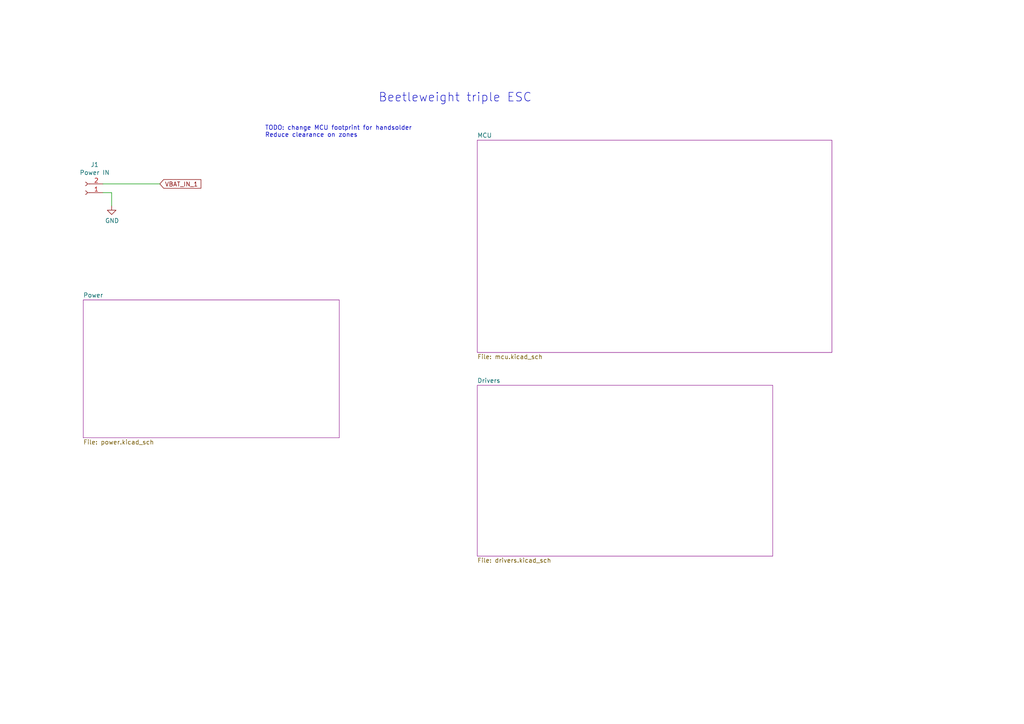
<source format=kicad_sch>
(kicad_sch (version 20210126) (generator eeschema)
  (paper "A4")
  (title_block (title "Beetleweight Triple ESC") (date "2021-02-14") (rev "x1") (company "Mark Robson"))
  (lib_symbols
    (symbol "Connector:Conn_01x02_Female" (pin_names (offset 1.016) hide)
      (property "Reference" "J" (at 0 2.54 0))
      (property "Value" "Conn_01x02_Female" (at 0 -5.08 0))
      (symbol "Conn_01x02_Female_1_1"
        (arc (start 0 -2.032) (end 0 -3.048) (radius (at 0 -2.54) (length 0.508) (angles 90.1 -90.1)) (stroke (width 0.1524)))
        (arc (start 0 0.508) (end 0 -0.508) (radius (at 0 0) (length 0.508) (angles 90.1 -90.1)) (stroke (width 0.1524)))
        (polyline (pts (xy -1.27 -2.54) (xy -0.508 -2.54)) (stroke (width 0.1524)))
        (polyline (pts (xy -1.27 0) (xy -0.508 0)) (stroke (width 0.1524)))
        (pin passive line (at -5.08 0 0) (length 3.81) (name "Pin_1") (number "1"))
        (pin passive line (at -5.08 -2.54 0) (length 3.81) (name "Pin_2") (number "2"))
      )
    )
    (symbol "power:GND" (power) (pin_names (offset 0))
      (property "Value" "GND" (at 0 -3.81 0))
      (symbol "GND_0_1"
        (polyline (pts (xy 0 0) (xy 0 -1.27) (xy 1.27 -1.27) (xy 0 -2.54) (xy -1.27 -1.27) (xy 0 -1.27)))
      )
      (symbol "GND_1_1"
        (pin power_in line (at 0 0 270) (length 0) hide (name "GND") (number "1"))
      )
    )
  )
  (wire (pts (xy 29.845 53.34) (xy 46.355 53.34)))
  (wire (pts (xy 29.845 55.88) (xy 32.385 55.88)))
  (wire (pts (xy 32.385 55.88) (xy 32.385 59.69)))
  (text "TODO: change MCU footprint for handsolder\nReduce clearance on zones\n" (at 76.835 40.005 0) (effects (font (size 1.27 1.27)) (justify left bottom)))
  (text "Beetleweight triple ESC" (at 154.305 29.845 180) (effects (font (size 2.5 2.5)) (justify right bottom)))
  (global_label "VBAT_IN_1" (shape input) (at 46.355 53.34 0) (property "Intersheet References" "${INTERSHEET_REFS}" (effects hide)))
  (symbol (lib_id "power:GND") (at 32.385 59.69 0) (unit 1)
    (property "Reference" "#PWR01" (effects hide))
    (property "Value" "GND" (at 32.4993 64.0144 0))
  )
  (symbol (lib_id "Connector:Conn_01x02_Female") (at 24.765 55.88 180) (unit 1)
    (property "Reference" "J1" (at 27.4574 47.7582 0))
    (property "Value" "Power IN" (at 27.4574 50.0569 0))
    (property "Footprint" "beetletriple:beetlepower" (effects hide))
  )
  (sheet (at 138.43 111.76) (size 85.725 49.53) (stroke (width 0.001) (color 132 0 132 1)) (fill (color 255 255 255 0.0000))
    (property "Sheet name" "Drivers" (at 138.43 111.1241 0) (effects (justify left bottom)))
    (property "Sheet file" "drivers.kicad_sch" (at 138.43 161.7989 0) (effects (justify left top)))
  )
  (sheet (at 138.43 40.64) (size 102.87 61.595) (stroke (width 0.001) (color 132 0 132 1)) (fill (color 255 255 255 0.0000))
    (property "Sheet name" "MCU" (at 138.43 40.004 0) (effects (justify left bottom)))
    (property "Sheet file" "mcu.kicad_sch" (at 138.43 102.7439 0) (effects (justify left top)))
  )
  (sheet (at 24.13 86.995) (size 74.295 40.005) (stroke (width 0.001) (color 132 0 132 1)) (fill (color 255 255 255 0.0000))
    (property "Sheet name" "Power" (at 24.13 86.3591 0) (effects (justify left bottom)))
    (property "Sheet file" "power.kicad_sch" (at 24.13 127.5089 0) (effects (justify left top)))
  )
)
</source>
